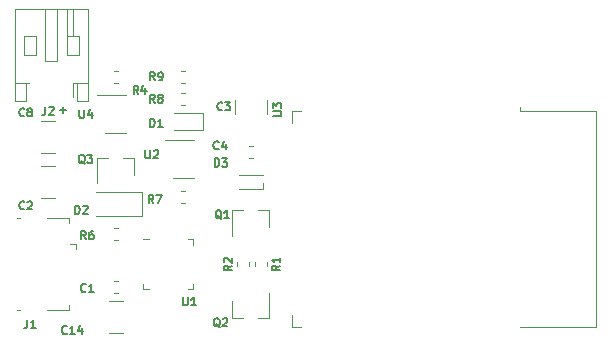
<source format=gbr>
%TF.GenerationSoftware,KiCad,Pcbnew,(5.1.9)-1*%
%TF.CreationDate,2021-06-05T13:50:50-03:00*%
%TF.ProjectId,Themu-Main,5468656d-752d-44d6-9169-6e2e6b696361,02*%
%TF.SameCoordinates,Original*%
%TF.FileFunction,Legend,Top*%
%TF.FilePolarity,Positive*%
%FSLAX46Y46*%
G04 Gerber Fmt 4.6, Leading zero omitted, Abs format (unit mm)*
G04 Created by KiCad (PCBNEW (5.1.9)-1) date 2021-06-05 13:50:50*
%MOMM*%
%LPD*%
G01*
G04 APERTURE LIST*
%ADD10C,0.152400*%
%ADD11C,0.120000*%
G04 APERTURE END LIST*
D10*
X48628333Y-82854000D02*
X49161666Y-82854000D01*
X48895000Y-83120666D02*
X48895000Y-82587333D01*
D11*
%TO.C,D3*%
X65786000Y-88300000D02*
X63754000Y-88300000D01*
X63754000Y-89500000D02*
X65786000Y-89500000D01*
X65786000Y-89500000D02*
X65786000Y-89027000D01*
%TO.C,J1*%
X49387500Y-91985000D02*
X49387500Y-92435000D01*
X47537500Y-91985000D02*
X49387500Y-91985000D01*
X44987500Y-99785000D02*
X45237500Y-99785000D01*
X44987500Y-91985000D02*
X45237500Y-91985000D01*
X47537500Y-99785000D02*
X49387500Y-99785000D01*
X49387500Y-99785000D02*
X49387500Y-99335000D01*
X49937500Y-94185000D02*
X49937500Y-94635000D01*
X49937500Y-94185000D02*
X49487500Y-94185000D01*
%TO.C,U3*%
X69005000Y-82955000D02*
X68225000Y-82955000D01*
X68225000Y-82955000D02*
X68225000Y-83955000D01*
X69005000Y-101195000D02*
X68225000Y-101195000D01*
X68225000Y-101195000D02*
X68225000Y-100195000D01*
X93970000Y-82955000D02*
X93970000Y-101195000D01*
X93970000Y-101195000D02*
X87550000Y-101195000D01*
X93970000Y-82955000D02*
X87550000Y-82955000D01*
X87550000Y-82955000D02*
X87550000Y-82575000D01*
%TO.C,J2*%
X49755000Y-80505000D02*
X50035000Y-80505000D01*
X50035000Y-80505000D02*
X50035000Y-82105000D01*
X50035000Y-82105000D02*
X50955000Y-82105000D01*
X50955000Y-82105000D02*
X50955000Y-74285000D01*
X50955000Y-74285000D02*
X44835000Y-74285000D01*
X44835000Y-74285000D02*
X44835000Y-82105000D01*
X44835000Y-82105000D02*
X45755000Y-82105000D01*
X45755000Y-82105000D02*
X45755000Y-80505000D01*
X45755000Y-80505000D02*
X46035000Y-80505000D01*
X48395000Y-74285000D02*
X48395000Y-78645000D01*
X48395000Y-78645000D02*
X47395000Y-78645000D01*
X47395000Y-78645000D02*
X47395000Y-74285000D01*
X50955000Y-80505000D02*
X50035000Y-80505000D01*
X44835000Y-80505000D02*
X45755000Y-80505000D01*
X50195000Y-78145000D02*
X50195000Y-76545000D01*
X50195000Y-76545000D02*
X49195000Y-76545000D01*
X49195000Y-76545000D02*
X49195000Y-78145000D01*
X49195000Y-78145000D02*
X50195000Y-78145000D01*
X45595000Y-78145000D02*
X45595000Y-76545000D01*
X45595000Y-76545000D02*
X46595000Y-76545000D01*
X46595000Y-76545000D02*
X46595000Y-78145000D01*
X46595000Y-78145000D02*
X45595000Y-78145000D01*
X49195000Y-76545000D02*
X49195000Y-74285000D01*
X49695000Y-76545000D02*
X49695000Y-74285000D01*
X49755000Y-80505000D02*
X49755000Y-81720000D01*
%TO.C,C1*%
X53511267Y-97280000D02*
X53168733Y-97280000D01*
X53511267Y-98300000D02*
X53168733Y-98300000D01*
%TO.C,C2*%
X48227064Y-87540000D02*
X47022936Y-87540000D01*
X48227064Y-90260000D02*
X47022936Y-90260000D01*
%TO.C,C3*%
X63410000Y-83152064D02*
X63410000Y-81947936D01*
X66130000Y-83152064D02*
X66130000Y-81947936D01*
%TO.C,C4*%
X64598733Y-86870000D02*
X64941267Y-86870000D01*
X64598733Y-85850000D02*
X64941267Y-85850000D01*
%TO.C,C8*%
X48227064Y-83730000D02*
X47022936Y-83730000D01*
X48227064Y-86450000D02*
X47022936Y-86450000D01*
%TO.C,C14*%
X53942064Y-101690000D02*
X52737936Y-101690000D01*
X53942064Y-98970000D02*
X52737936Y-98970000D01*
%TO.C,D2*%
X55540000Y-91805000D02*
X55540000Y-89805000D01*
X55540000Y-89805000D02*
X51690000Y-89805000D01*
X55540000Y-91805000D02*
X51690000Y-91805000D01*
%TO.C,D1*%
X58255000Y-84555000D02*
X60715000Y-84555000D01*
X60715000Y-84555000D02*
X60715000Y-83085000D01*
X60715000Y-83085000D02*
X58255000Y-83085000D01*
%TO.C,Q1*%
X66350000Y-91315000D02*
X66350000Y-92775000D01*
X63190000Y-91315000D02*
X63190000Y-93475000D01*
X63190000Y-91315000D02*
X64120000Y-91315000D01*
X66350000Y-91315000D02*
X65420000Y-91315000D01*
%TO.C,Q2*%
X63190000Y-100455000D02*
X64120000Y-100455000D01*
X66350000Y-100455000D02*
X65420000Y-100455000D01*
X66350000Y-100455000D02*
X66350000Y-98295000D01*
X63190000Y-100455000D02*
X63190000Y-98995000D01*
%TO.C,Q3*%
X54920000Y-86870000D02*
X54920000Y-88330000D01*
X51760000Y-86870000D02*
X51760000Y-89030000D01*
X51760000Y-86870000D02*
X52690000Y-86870000D01*
X54920000Y-86870000D02*
X53990000Y-86870000D01*
%TO.C,R1*%
X65149000Y-95713733D02*
X65149000Y-96056267D01*
X66169000Y-95713733D02*
X66169000Y-96056267D01*
%TO.C,R2*%
X63625000Y-96056267D02*
X63625000Y-95713733D01*
X64645000Y-96056267D02*
X64645000Y-95713733D01*
%TO.C,R4*%
X53168733Y-80520000D02*
X53511267Y-80520000D01*
X53168733Y-79500000D02*
X53511267Y-79500000D01*
%TO.C,R6*%
X53168733Y-93855000D02*
X53511267Y-93855000D01*
X53168733Y-92835000D02*
X53511267Y-92835000D01*
%TO.C,R7*%
X58883733Y-89660000D02*
X59226267Y-89660000D01*
X58883733Y-90680000D02*
X59226267Y-90680000D01*
%TO.C,R8*%
X59226267Y-82425000D02*
X58883733Y-82425000D01*
X59226267Y-81405000D02*
X58883733Y-81405000D01*
%TO.C,R9*%
X59226267Y-80520000D02*
X58883733Y-80520000D01*
X59226267Y-79500000D02*
X58883733Y-79500000D01*
%TO.C,U1*%
X59420000Y-93775000D02*
X59895000Y-93775000D01*
X59895000Y-93775000D02*
X59895000Y-94250000D01*
X56150000Y-97995000D02*
X55675000Y-97995000D01*
X55675000Y-97995000D02*
X55675000Y-97520000D01*
X59420000Y-97995000D02*
X59895000Y-97995000D01*
X59895000Y-97995000D02*
X59895000Y-97520000D01*
X56150000Y-93775000D02*
X55675000Y-93775000D01*
%TO.C,U2*%
X58155000Y-88605000D02*
X59955000Y-88605000D01*
X59955000Y-85385000D02*
X57505000Y-85385000D01*
%TO.C,U4*%
X54240000Y-81575000D02*
X51790000Y-81575000D01*
X52440000Y-84795000D02*
X54240000Y-84795000D01*
%TO.C,D3*%
D10*
X61713333Y-87629166D02*
X61713333Y-86929166D01*
X61880000Y-86929166D01*
X61980000Y-86962500D01*
X62046666Y-87029166D01*
X62080000Y-87095833D01*
X62113333Y-87229166D01*
X62113333Y-87329166D01*
X62080000Y-87462500D01*
X62046666Y-87529166D01*
X61980000Y-87595833D01*
X61880000Y-87629166D01*
X61713333Y-87629166D01*
X62346666Y-86929166D02*
X62780000Y-86929166D01*
X62546666Y-87195833D01*
X62646666Y-87195833D01*
X62713333Y-87229166D01*
X62746666Y-87262500D01*
X62780000Y-87329166D01*
X62780000Y-87495833D01*
X62746666Y-87562500D01*
X62713333Y-87595833D01*
X62646666Y-87629166D01*
X62446666Y-87629166D01*
X62380000Y-87595833D01*
X62346666Y-87562500D01*
%TO.C,J1*%
X45867666Y-100581666D02*
X45867666Y-101081666D01*
X45834333Y-101181666D01*
X45767666Y-101248333D01*
X45667666Y-101281666D01*
X45601000Y-101281666D01*
X46567666Y-101281666D02*
X46167666Y-101281666D01*
X46367666Y-101281666D02*
X46367666Y-100581666D01*
X46301000Y-100681666D01*
X46234333Y-100748333D01*
X46167666Y-100781666D01*
%TO.C,U3*%
X66672666Y-83337333D02*
X67239333Y-83337333D01*
X67306000Y-83304000D01*
X67339333Y-83270666D01*
X67372666Y-83204000D01*
X67372666Y-83070666D01*
X67339333Y-83004000D01*
X67306000Y-82970666D01*
X67239333Y-82937333D01*
X66672666Y-82937333D01*
X66672666Y-82670666D02*
X66672666Y-82237333D01*
X66939333Y-82470666D01*
X66939333Y-82370666D01*
X66972666Y-82304000D01*
X67006000Y-82270666D01*
X67072666Y-82237333D01*
X67239333Y-82237333D01*
X67306000Y-82270666D01*
X67339333Y-82304000D01*
X67372666Y-82370666D01*
X67372666Y-82570666D01*
X67339333Y-82637333D01*
X67306000Y-82670666D01*
%TO.C,J2*%
X47391666Y-82547666D02*
X47391666Y-83047666D01*
X47358333Y-83147666D01*
X47291666Y-83214333D01*
X47191666Y-83247666D01*
X47125000Y-83247666D01*
X47691666Y-82614333D02*
X47725000Y-82581000D01*
X47791666Y-82547666D01*
X47958333Y-82547666D01*
X48025000Y-82581000D01*
X48058333Y-82614333D01*
X48091666Y-82681000D01*
X48091666Y-82747666D01*
X48058333Y-82847666D01*
X47658333Y-83247666D01*
X48091666Y-83247666D01*
%TO.C,C1*%
X50810333Y-98167000D02*
X50777000Y-98200333D01*
X50677000Y-98233666D01*
X50610333Y-98233666D01*
X50510333Y-98200333D01*
X50443666Y-98133666D01*
X50410333Y-98067000D01*
X50377000Y-97933666D01*
X50377000Y-97833666D01*
X50410333Y-97700333D01*
X50443666Y-97633666D01*
X50510333Y-97567000D01*
X50610333Y-97533666D01*
X50677000Y-97533666D01*
X50777000Y-97567000D01*
X50810333Y-97600333D01*
X51477000Y-98233666D02*
X51077000Y-98233666D01*
X51277000Y-98233666D02*
X51277000Y-97533666D01*
X51210333Y-97633666D01*
X51143666Y-97700333D01*
X51077000Y-97733666D01*
%TO.C,C2*%
X45603333Y-91182000D02*
X45570000Y-91215333D01*
X45470000Y-91248666D01*
X45403333Y-91248666D01*
X45303333Y-91215333D01*
X45236666Y-91148666D01*
X45203333Y-91082000D01*
X45170000Y-90948666D01*
X45170000Y-90848666D01*
X45203333Y-90715333D01*
X45236666Y-90648666D01*
X45303333Y-90582000D01*
X45403333Y-90548666D01*
X45470000Y-90548666D01*
X45570000Y-90582000D01*
X45603333Y-90615333D01*
X45870000Y-90615333D02*
X45903333Y-90582000D01*
X45970000Y-90548666D01*
X46136666Y-90548666D01*
X46203333Y-90582000D01*
X46236666Y-90615333D01*
X46270000Y-90682000D01*
X46270000Y-90748666D01*
X46236666Y-90848666D01*
X45836666Y-91248666D01*
X46270000Y-91248666D01*
%TO.C,C3*%
X62367333Y-82800000D02*
X62334000Y-82833333D01*
X62234000Y-82866666D01*
X62167333Y-82866666D01*
X62067333Y-82833333D01*
X62000666Y-82766666D01*
X61967333Y-82700000D01*
X61934000Y-82566666D01*
X61934000Y-82466666D01*
X61967333Y-82333333D01*
X62000666Y-82266666D01*
X62067333Y-82200000D01*
X62167333Y-82166666D01*
X62234000Y-82166666D01*
X62334000Y-82200000D01*
X62367333Y-82233333D01*
X62600666Y-82166666D02*
X63034000Y-82166666D01*
X62800666Y-82433333D01*
X62900666Y-82433333D01*
X62967333Y-82466666D01*
X63000666Y-82500000D01*
X63034000Y-82566666D01*
X63034000Y-82733333D01*
X63000666Y-82800000D01*
X62967333Y-82833333D01*
X62900666Y-82866666D01*
X62700666Y-82866666D01*
X62634000Y-82833333D01*
X62600666Y-82800000D01*
%TO.C,C4*%
X62049833Y-86102000D02*
X62016500Y-86135333D01*
X61916500Y-86168666D01*
X61849833Y-86168666D01*
X61749833Y-86135333D01*
X61683166Y-86068666D01*
X61649833Y-86002000D01*
X61616500Y-85868666D01*
X61616500Y-85768666D01*
X61649833Y-85635333D01*
X61683166Y-85568666D01*
X61749833Y-85502000D01*
X61849833Y-85468666D01*
X61916500Y-85468666D01*
X62016500Y-85502000D01*
X62049833Y-85535333D01*
X62649833Y-85702000D02*
X62649833Y-86168666D01*
X62483166Y-85435333D02*
X62316500Y-85935333D01*
X62749833Y-85935333D01*
%TO.C,C8*%
X45603333Y-83308000D02*
X45570000Y-83341333D01*
X45470000Y-83374666D01*
X45403333Y-83374666D01*
X45303333Y-83341333D01*
X45236666Y-83274666D01*
X45203333Y-83208000D01*
X45170000Y-83074666D01*
X45170000Y-82974666D01*
X45203333Y-82841333D01*
X45236666Y-82774666D01*
X45303333Y-82708000D01*
X45403333Y-82674666D01*
X45470000Y-82674666D01*
X45570000Y-82708000D01*
X45603333Y-82741333D01*
X46003333Y-82974666D02*
X45936666Y-82941333D01*
X45903333Y-82908000D01*
X45870000Y-82841333D01*
X45870000Y-82808000D01*
X45903333Y-82741333D01*
X45936666Y-82708000D01*
X46003333Y-82674666D01*
X46136666Y-82674666D01*
X46203333Y-82708000D01*
X46236666Y-82741333D01*
X46270000Y-82808000D01*
X46270000Y-82841333D01*
X46236666Y-82908000D01*
X46203333Y-82941333D01*
X46136666Y-82974666D01*
X46003333Y-82974666D01*
X45936666Y-83008000D01*
X45903333Y-83041333D01*
X45870000Y-83108000D01*
X45870000Y-83241333D01*
X45903333Y-83308000D01*
X45936666Y-83341333D01*
X46003333Y-83374666D01*
X46136666Y-83374666D01*
X46203333Y-83341333D01*
X46236666Y-83308000D01*
X46270000Y-83241333D01*
X46270000Y-83108000D01*
X46236666Y-83041333D01*
X46203333Y-83008000D01*
X46136666Y-82974666D01*
%TO.C,C14*%
X49207000Y-101723000D02*
X49173666Y-101756333D01*
X49073666Y-101789666D01*
X49007000Y-101789666D01*
X48907000Y-101756333D01*
X48840333Y-101689666D01*
X48807000Y-101623000D01*
X48773666Y-101489666D01*
X48773666Y-101389666D01*
X48807000Y-101256333D01*
X48840333Y-101189666D01*
X48907000Y-101123000D01*
X49007000Y-101089666D01*
X49073666Y-101089666D01*
X49173666Y-101123000D01*
X49207000Y-101156333D01*
X49873666Y-101789666D02*
X49473666Y-101789666D01*
X49673666Y-101789666D02*
X49673666Y-101089666D01*
X49607000Y-101189666D01*
X49540333Y-101256333D01*
X49473666Y-101289666D01*
X50473666Y-101323000D02*
X50473666Y-101789666D01*
X50307000Y-101056333D02*
X50140333Y-101556333D01*
X50573666Y-101556333D01*
%TO.C,D2*%
X49902333Y-91629666D02*
X49902333Y-90929666D01*
X50069000Y-90929666D01*
X50169000Y-90963000D01*
X50235666Y-91029666D01*
X50269000Y-91096333D01*
X50302333Y-91229666D01*
X50302333Y-91329666D01*
X50269000Y-91463000D01*
X50235666Y-91529666D01*
X50169000Y-91596333D01*
X50069000Y-91629666D01*
X49902333Y-91629666D01*
X50569000Y-90996333D02*
X50602333Y-90963000D01*
X50669000Y-90929666D01*
X50835666Y-90929666D01*
X50902333Y-90963000D01*
X50935666Y-90996333D01*
X50969000Y-91063000D01*
X50969000Y-91129666D01*
X50935666Y-91229666D01*
X50535666Y-91629666D01*
X50969000Y-91629666D01*
%TO.C,D1*%
X56252333Y-84263666D02*
X56252333Y-83563666D01*
X56419000Y-83563666D01*
X56519000Y-83597000D01*
X56585666Y-83663666D01*
X56619000Y-83730333D01*
X56652333Y-83863666D01*
X56652333Y-83963666D01*
X56619000Y-84097000D01*
X56585666Y-84163666D01*
X56519000Y-84230333D01*
X56419000Y-84263666D01*
X56252333Y-84263666D01*
X57319000Y-84263666D02*
X56919000Y-84263666D01*
X57119000Y-84263666D02*
X57119000Y-83563666D01*
X57052333Y-83663666D01*
X56985666Y-83730333D01*
X56919000Y-83763666D01*
%TO.C,Q1*%
X62290333Y-92077333D02*
X62223666Y-92044000D01*
X62157000Y-91977333D01*
X62057000Y-91877333D01*
X61990333Y-91844000D01*
X61923666Y-91844000D01*
X61957000Y-92010666D02*
X61890333Y-91977333D01*
X61823666Y-91910666D01*
X61790333Y-91777333D01*
X61790333Y-91544000D01*
X61823666Y-91410666D01*
X61890333Y-91344000D01*
X61957000Y-91310666D01*
X62090333Y-91310666D01*
X62157000Y-91344000D01*
X62223666Y-91410666D01*
X62257000Y-91544000D01*
X62257000Y-91777333D01*
X62223666Y-91910666D01*
X62157000Y-91977333D01*
X62090333Y-92010666D01*
X61957000Y-92010666D01*
X62923666Y-92010666D02*
X62523666Y-92010666D01*
X62723666Y-92010666D02*
X62723666Y-91310666D01*
X62657000Y-91410666D01*
X62590333Y-91477333D01*
X62523666Y-91510666D01*
%TO.C,Q2*%
X62163333Y-101221333D02*
X62096666Y-101188000D01*
X62030000Y-101121333D01*
X61930000Y-101021333D01*
X61863333Y-100988000D01*
X61796666Y-100988000D01*
X61830000Y-101154666D02*
X61763333Y-101121333D01*
X61696666Y-101054666D01*
X61663333Y-100921333D01*
X61663333Y-100688000D01*
X61696666Y-100554666D01*
X61763333Y-100488000D01*
X61830000Y-100454666D01*
X61963333Y-100454666D01*
X62030000Y-100488000D01*
X62096666Y-100554666D01*
X62130000Y-100688000D01*
X62130000Y-100921333D01*
X62096666Y-101054666D01*
X62030000Y-101121333D01*
X61963333Y-101154666D01*
X61830000Y-101154666D01*
X62396666Y-100521333D02*
X62430000Y-100488000D01*
X62496666Y-100454666D01*
X62663333Y-100454666D01*
X62730000Y-100488000D01*
X62763333Y-100521333D01*
X62796666Y-100588000D01*
X62796666Y-100654666D01*
X62763333Y-100754666D01*
X62363333Y-101154666D01*
X62796666Y-101154666D01*
%TO.C,Q3*%
X50733333Y-87378333D02*
X50666666Y-87345000D01*
X50600000Y-87278333D01*
X50500000Y-87178333D01*
X50433333Y-87145000D01*
X50366666Y-87145000D01*
X50400000Y-87311666D02*
X50333333Y-87278333D01*
X50266666Y-87211666D01*
X50233333Y-87078333D01*
X50233333Y-86845000D01*
X50266666Y-86711666D01*
X50333333Y-86645000D01*
X50400000Y-86611666D01*
X50533333Y-86611666D01*
X50600000Y-86645000D01*
X50666666Y-86711666D01*
X50700000Y-86845000D01*
X50700000Y-87078333D01*
X50666666Y-87211666D01*
X50600000Y-87278333D01*
X50533333Y-87311666D01*
X50400000Y-87311666D01*
X50933333Y-86611666D02*
X51366666Y-86611666D01*
X51133333Y-86878333D01*
X51233333Y-86878333D01*
X51300000Y-86911666D01*
X51333333Y-86945000D01*
X51366666Y-87011666D01*
X51366666Y-87178333D01*
X51333333Y-87245000D01*
X51300000Y-87278333D01*
X51233333Y-87311666D01*
X51033333Y-87311666D01*
X50966666Y-87278333D01*
X50933333Y-87245000D01*
%TO.C,R1*%
X67245666Y-96001666D02*
X66912333Y-96235000D01*
X67245666Y-96401666D02*
X66545666Y-96401666D01*
X66545666Y-96135000D01*
X66579000Y-96068333D01*
X66612333Y-96035000D01*
X66679000Y-96001666D01*
X66779000Y-96001666D01*
X66845666Y-96035000D01*
X66879000Y-96068333D01*
X66912333Y-96135000D01*
X66912333Y-96401666D01*
X67245666Y-95335000D02*
X67245666Y-95735000D01*
X67245666Y-95535000D02*
X66545666Y-95535000D01*
X66645666Y-95601666D01*
X66712333Y-95668333D01*
X66745666Y-95735000D01*
%TO.C,R2*%
X63181666Y-96001666D02*
X62848333Y-96235000D01*
X63181666Y-96401666D02*
X62481666Y-96401666D01*
X62481666Y-96135000D01*
X62515000Y-96068333D01*
X62548333Y-96035000D01*
X62615000Y-96001666D01*
X62715000Y-96001666D01*
X62781666Y-96035000D01*
X62815000Y-96068333D01*
X62848333Y-96135000D01*
X62848333Y-96401666D01*
X62548333Y-95735000D02*
X62515000Y-95701666D01*
X62481666Y-95635000D01*
X62481666Y-95468333D01*
X62515000Y-95401666D01*
X62548333Y-95368333D01*
X62615000Y-95335000D01*
X62681666Y-95335000D01*
X62781666Y-95368333D01*
X63181666Y-95768333D01*
X63181666Y-95335000D01*
%TO.C,R4*%
X55255333Y-81469666D02*
X55022000Y-81136333D01*
X54855333Y-81469666D02*
X54855333Y-80769666D01*
X55122000Y-80769666D01*
X55188666Y-80803000D01*
X55222000Y-80836333D01*
X55255333Y-80903000D01*
X55255333Y-81003000D01*
X55222000Y-81069666D01*
X55188666Y-81103000D01*
X55122000Y-81136333D01*
X54855333Y-81136333D01*
X55855333Y-81003000D02*
X55855333Y-81469666D01*
X55688666Y-80736333D02*
X55522000Y-81236333D01*
X55955333Y-81236333D01*
%TO.C,R6*%
X50810333Y-93788666D02*
X50577000Y-93455333D01*
X50410333Y-93788666D02*
X50410333Y-93088666D01*
X50677000Y-93088666D01*
X50743666Y-93122000D01*
X50777000Y-93155333D01*
X50810333Y-93222000D01*
X50810333Y-93322000D01*
X50777000Y-93388666D01*
X50743666Y-93422000D01*
X50677000Y-93455333D01*
X50410333Y-93455333D01*
X51410333Y-93088666D02*
X51277000Y-93088666D01*
X51210333Y-93122000D01*
X51177000Y-93155333D01*
X51110333Y-93255333D01*
X51077000Y-93388666D01*
X51077000Y-93655333D01*
X51110333Y-93722000D01*
X51143666Y-93755333D01*
X51210333Y-93788666D01*
X51343666Y-93788666D01*
X51410333Y-93755333D01*
X51443666Y-93722000D01*
X51477000Y-93655333D01*
X51477000Y-93488666D01*
X51443666Y-93422000D01*
X51410333Y-93388666D01*
X51343666Y-93355333D01*
X51210333Y-93355333D01*
X51143666Y-93388666D01*
X51110333Y-93422000D01*
X51077000Y-93488666D01*
%TO.C,R7*%
X56525333Y-90740666D02*
X56292000Y-90407333D01*
X56125333Y-90740666D02*
X56125333Y-90040666D01*
X56392000Y-90040666D01*
X56458666Y-90074000D01*
X56492000Y-90107333D01*
X56525333Y-90174000D01*
X56525333Y-90274000D01*
X56492000Y-90340666D01*
X56458666Y-90374000D01*
X56392000Y-90407333D01*
X56125333Y-90407333D01*
X56758666Y-90040666D02*
X57225333Y-90040666D01*
X56925333Y-90740666D01*
%TO.C,R8*%
X56652333Y-82231666D02*
X56419000Y-81898333D01*
X56252333Y-82231666D02*
X56252333Y-81531666D01*
X56519000Y-81531666D01*
X56585666Y-81565000D01*
X56619000Y-81598333D01*
X56652333Y-81665000D01*
X56652333Y-81765000D01*
X56619000Y-81831666D01*
X56585666Y-81865000D01*
X56519000Y-81898333D01*
X56252333Y-81898333D01*
X57052333Y-81831666D02*
X56985666Y-81798333D01*
X56952333Y-81765000D01*
X56919000Y-81698333D01*
X56919000Y-81665000D01*
X56952333Y-81598333D01*
X56985666Y-81565000D01*
X57052333Y-81531666D01*
X57185666Y-81531666D01*
X57252333Y-81565000D01*
X57285666Y-81598333D01*
X57319000Y-81665000D01*
X57319000Y-81698333D01*
X57285666Y-81765000D01*
X57252333Y-81798333D01*
X57185666Y-81831666D01*
X57052333Y-81831666D01*
X56985666Y-81865000D01*
X56952333Y-81898333D01*
X56919000Y-81965000D01*
X56919000Y-82098333D01*
X56952333Y-82165000D01*
X56985666Y-82198333D01*
X57052333Y-82231666D01*
X57185666Y-82231666D01*
X57252333Y-82198333D01*
X57285666Y-82165000D01*
X57319000Y-82098333D01*
X57319000Y-81965000D01*
X57285666Y-81898333D01*
X57252333Y-81865000D01*
X57185666Y-81831666D01*
%TO.C,R9*%
X56652333Y-80326666D02*
X56419000Y-79993333D01*
X56252333Y-80326666D02*
X56252333Y-79626666D01*
X56519000Y-79626666D01*
X56585666Y-79660000D01*
X56619000Y-79693333D01*
X56652333Y-79760000D01*
X56652333Y-79860000D01*
X56619000Y-79926666D01*
X56585666Y-79960000D01*
X56519000Y-79993333D01*
X56252333Y-79993333D01*
X56985666Y-80326666D02*
X57119000Y-80326666D01*
X57185666Y-80293333D01*
X57219000Y-80260000D01*
X57285666Y-80160000D01*
X57319000Y-80026666D01*
X57319000Y-79760000D01*
X57285666Y-79693333D01*
X57252333Y-79660000D01*
X57185666Y-79626666D01*
X57052333Y-79626666D01*
X56985666Y-79660000D01*
X56952333Y-79693333D01*
X56919000Y-79760000D01*
X56919000Y-79926666D01*
X56952333Y-79993333D01*
X56985666Y-80026666D01*
X57052333Y-80060000D01*
X57185666Y-80060000D01*
X57252333Y-80026666D01*
X57285666Y-79993333D01*
X57319000Y-79926666D01*
%TO.C,U1*%
X59029666Y-98676666D02*
X59029666Y-99243333D01*
X59063000Y-99310000D01*
X59096333Y-99343333D01*
X59163000Y-99376666D01*
X59296333Y-99376666D01*
X59363000Y-99343333D01*
X59396333Y-99310000D01*
X59429666Y-99243333D01*
X59429666Y-98676666D01*
X60129666Y-99376666D02*
X59729666Y-99376666D01*
X59929666Y-99376666D02*
X59929666Y-98676666D01*
X59863000Y-98776666D01*
X59796333Y-98843333D01*
X59729666Y-98876666D01*
%TO.C,U2*%
X55854666Y-86230666D02*
X55854666Y-86797333D01*
X55888000Y-86864000D01*
X55921333Y-86897333D01*
X55988000Y-86930666D01*
X56121333Y-86930666D01*
X56188000Y-86897333D01*
X56221333Y-86864000D01*
X56254666Y-86797333D01*
X56254666Y-86230666D01*
X56554666Y-86297333D02*
X56588000Y-86264000D01*
X56654666Y-86230666D01*
X56821333Y-86230666D01*
X56888000Y-86264000D01*
X56921333Y-86297333D01*
X56954666Y-86364000D01*
X56954666Y-86430666D01*
X56921333Y-86530666D01*
X56521333Y-86930666D01*
X56954666Y-86930666D01*
%TO.C,U4*%
X50266666Y-82801666D02*
X50266666Y-83368333D01*
X50300000Y-83435000D01*
X50333333Y-83468333D01*
X50400000Y-83501666D01*
X50533333Y-83501666D01*
X50600000Y-83468333D01*
X50633333Y-83435000D01*
X50666666Y-83368333D01*
X50666666Y-82801666D01*
X51300000Y-83035000D02*
X51300000Y-83501666D01*
X51133333Y-82768333D02*
X50966666Y-83268333D01*
X51400000Y-83268333D01*
%TD*%
M02*

</source>
